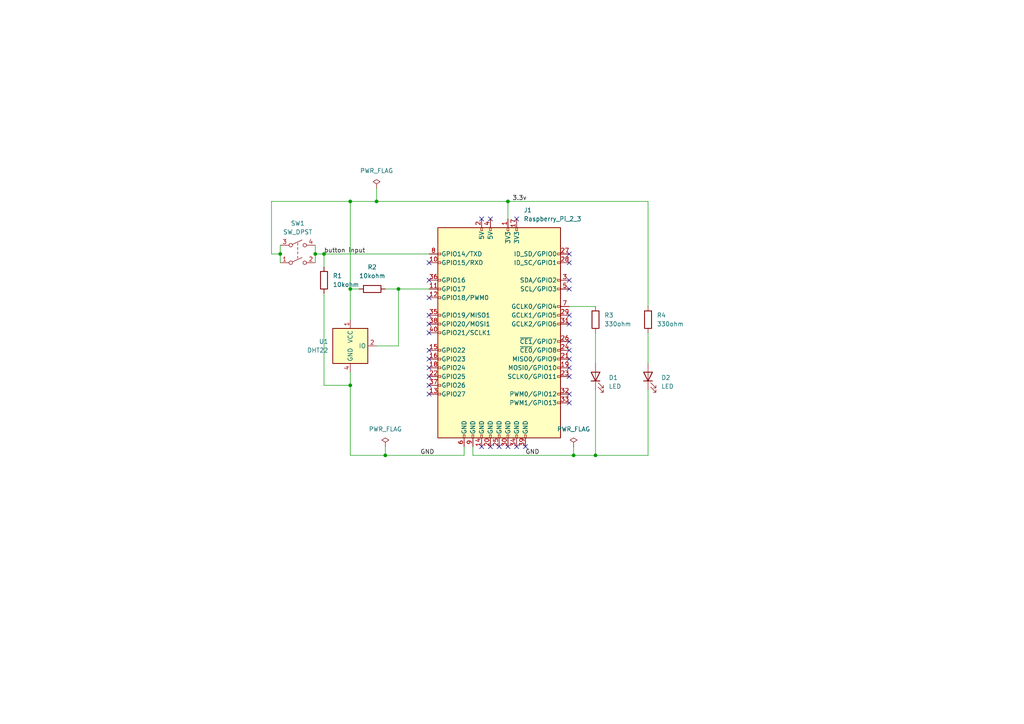
<source format=kicad_sch>
(kicad_sch (version 20211123) (generator eeschema)
  (paper "A4")
  (title_block (title "Rasberry PI HAT") (date "2022-09-05") (company "NanoHertz") (comment 1 "Designed by Bernard "))
  (lib_symbols
    (symbol "Connector:Raspberry_Pi_2_3" (pin_names (offset 1.016))
      (property "Reference" "J" (at -17.78 31.75 0))
      (property "Value" "Raspberry_Pi_2_3" (at 10.16 -31.75 0))
      (symbol "Raspberry_Pi_2_3_0_1"
        (rectangle (start -17.78 30.48) (end 17.78 -30.48) (stroke (width 0.254)) (fill (type background)))
      )
      (symbol "Raspberry_Pi_2_3_1_1"
        (rectangle (start -16.891 -17.526) (end -17.78 -18.034))
        (rectangle (start -16.891 -14.986) (end -17.78 -15.494))
        (rectangle (start -16.891 -12.446) (end -17.78 -12.954))
        (rectangle (start -16.891 -9.906) (end -17.78 -10.414))
        (rectangle (start -16.891 -7.366) (end -17.78 -7.874))
        (rectangle (start -16.891 -4.826) (end -17.78 -5.334))
        (rectangle (start -16.891 0.254) (end -17.78 -0.254))
        (rectangle (start -16.891 2.794) (end -17.78 2.286))
        (rectangle (start -16.891 5.334) (end -17.78 4.826))
        (rectangle (start -16.891 10.414) (end -17.78 9.906))
        (rectangle (start -16.891 12.954) (end -17.78 12.446))
        (rectangle (start -16.891 15.494) (end -17.78 14.986))
        (rectangle (start -16.891 20.574) (end -17.78 20.066))
        (rectangle (start -16.891 23.114) (end -17.78 22.606))
        (rectangle (start -10.414 -29.591) (end -9.906 -30.48))
        (rectangle (start -7.874 -29.591) (end -7.366 -30.48))
        (rectangle (start -5.334 -29.591) (end -4.826 -30.48))
        (rectangle (start -5.334 30.48) (end -4.826 29.591))
        (rectangle (start -2.794 -29.591) (end -2.286 -30.48))
        (rectangle (start -2.794 30.48) (end -2.286 29.591))
        (rectangle (start -0.254 -29.591) (end 0.254 -30.48))
        (rectangle (start 2.286 -29.591) (end 2.794 -30.48))
        (rectangle (start 2.286 30.48) (end 2.794 29.591))
        (rectangle (start 4.826 -29.591) (end 5.334 -30.48))
        (rectangle (start 4.826 30.48) (end 5.334 29.591))
        (rectangle (start 7.366 -29.591) (end 7.874 -30.48))
        (rectangle (start 17.78 -20.066) (end 16.891 -20.574))
        (rectangle (start 17.78 -17.526) (end 16.891 -18.034))
        (rectangle (start 17.78 -12.446) (end 16.891 -12.954))
        (rectangle (start 17.78 -9.906) (end 16.891 -10.414))
        (rectangle (start 17.78 -7.366) (end 16.891 -7.874))
        (rectangle (start 17.78 -4.826) (end 16.891 -5.334))
        (rectangle (start 17.78 -2.286) (end 16.891 -2.794))
        (rectangle (start 17.78 2.794) (end 16.891 2.286))
        (rectangle (start 17.78 5.334) (end 16.891 4.826))
        (rectangle (start 17.78 7.874) (end 16.891 7.366))
        (rectangle (start 17.78 12.954) (end 16.891 12.446))
        (rectangle (start 17.78 15.494) (end 16.891 14.986))
        (rectangle (start 17.78 20.574) (end 16.891 20.066))
        (rectangle (start 17.78 23.114) (end 16.891 22.606))
        (pin power_in line (at 2.54 33.02 270) (length 2.54) (name "3V3") (number "1"))
        (pin bidirectional line (at -20.32 20.32 0) (length 2.54) (name "GPIO15/RXD") (number "10"))
        (pin bidirectional line (at -20.32 12.7 0) (length 2.54) (name "GPIO17") (number "11"))
        (pin bidirectional line (at -20.32 10.16 0) (length 2.54) (name "GPIO18/PWM0") (number "12"))
        (pin bidirectional line (at -20.32 -17.78 0) (length 2.54) (name "GPIO27") (number "13"))
        (pin power_in line (at -5.08 -33.02 90) (length 2.54) (name "GND") (number "14"))
        (pin bidirectional line (at -20.32 -5.08 0) (length 2.54) (name "GPIO22") (number "15"))
        (pin bidirectional line (at -20.32 -7.62 0) (length 2.54) (name "GPIO23") (number "16"))
        (pin power_in line (at 5.08 33.02 270) (length 2.54) (name "3V3") (number "17"))
        (pin bidirectional line (at -20.32 -10.16 0) (length 2.54) (name "GPIO24") (number "18"))
        (pin bidirectional line (at 20.32 -10.16 180) (length 2.54) (name "MOSI0/GPIO10") (number "19"))
        (pin power_in line (at -5.08 33.02 270) (length 2.54) (name "5V") (number "2"))
        (pin power_in line (at -2.54 -33.02 90) (length 2.54) (name "GND") (number "20"))
        (pin bidirectional line (at 20.32 -7.62 180) (length 2.54) (name "MISO0/GPIO9") (number "21"))
        (pin bidirectional line (at -20.32 -12.7 0) (length 2.54) (name "GPIO25") (number "22"))
        (pin bidirectional line (at 20.32 -12.7 180) (length 2.54) (name "SCLK0/GPIO11") (number "23"))
        (pin bidirectional line (at 20.32 -5.08 180) (length 2.54) (name "~{CE0}/GPIO8") (number "24"))
        (pin power_in line (at 0 -33.02 90) (length 2.54) (name "GND") (number "25"))
        (pin bidirectional line (at 20.32 -2.54 180) (length 2.54) (name "~{CE1}/GPIO7") (number "26"))
        (pin bidirectional line (at 20.32 22.86 180) (length 2.54) (name "ID_SD/GPIO0") (number "27"))
        (pin bidirectional line (at 20.32 20.32 180) (length 2.54) (name "ID_SC/GPIO1") (number "28"))
        (pin bidirectional line (at 20.32 5.08 180) (length 2.54) (name "GCLK1/GPIO5") (number "29"))
        (pin bidirectional line (at 20.32 15.24 180) (length 2.54) (name "SDA/GPIO2") (number "3"))
        (pin power_in line (at 2.54 -33.02 90) (length 2.54) (name "GND") (number "30"))
        (pin bidirectional line (at 20.32 2.54 180) (length 2.54) (name "GCLK2/GPIO6") (number "31"))
        (pin bidirectional line (at 20.32 -17.78 180) (length 2.54) (name "PWM0/GPIO12") (number "32"))
        (pin bidirectional line (at 20.32 -20.32 180) (length 2.54) (name "PWM1/GPIO13") (number "33"))
        (pin power_in line (at 5.08 -33.02 90) (length 2.54) (name "GND") (number "34"))
        (pin bidirectional line (at -20.32 5.08 0) (length 2.54) (name "GPIO19/MISO1") (number "35"))
        (pin bidirectional line (at -20.32 15.24 0) (length 2.54) (name "GPIO16") (number "36"))
        (pin bidirectional line (at -20.32 -15.24 0) (length 2.54) (name "GPIO26") (number "37"))
        (pin bidirectional line (at -20.32 2.54 0) (length 2.54) (name "GPIO20/MOSI1") (number "38"))
        (pin power_in line (at 7.62 -33.02 90) (length 2.54) (name "GND") (number "39"))
        (pin power_in line (at -2.54 33.02 270) (length 2.54) (name "5V") (number "4"))
        (pin bidirectional line (at -20.32 0 0) (length 2.54) (name "GPIO21/SCLK1") (number "40"))
        (pin bidirectional line (at 20.32 12.7 180) (length 2.54) (name "SCL/GPIO3") (number "5"))
        (pin power_in line (at -10.16 -33.02 90) (length 2.54) (name "GND") (number "6"))
        (pin bidirectional line (at 20.32 7.62 180) (length 2.54) (name "GCLK0/GPIO4") (number "7"))
        (pin bidirectional line (at -20.32 22.86 0) (length 2.54) (name "GPIO14/TXD") (number "8"))
        (pin power_in line (at -7.62 -33.02 90) (length 2.54) (name "GND") (number "9"))
      )
    )
    (symbol "Device:LED" (pin_numbers hide) (pin_names (offset 1.016) hide)
      (property "Reference" "D" (at 0 2.54 0))
      (property "Value" "LED" (at 0 -2.54 0))
      (symbol "LED_0_1"
        (polyline (pts (xy -1.27 -1.27) (xy -1.27 1.27)) (stroke (width 0.254)))
        (polyline (pts (xy -1.27 0) (xy 1.27 0)))
        (polyline (pts (xy 1.27 -1.27) (xy 1.27 1.27) (xy -1.27 0) (xy 1.27 -1.27)) (stroke (width 0.254)))
        (polyline (pts (xy -3.048 -0.762) (xy -4.572 -2.286) (xy -3.81 -2.286) (xy -4.572 -2.286) (xy -4.572 -1.524)))
        (polyline (pts (xy -1.778 -0.762) (xy -3.302 -2.286) (xy -2.54 -2.286) (xy -3.302 -2.286) (xy -3.302 -1.524)))
      )
      (symbol "LED_1_1"
        (pin passive line (at -3.81 0 0) (length 2.54) (name "K") (number "1"))
        (pin passive line (at 3.81 0 180) (length 2.54) (name "A") (number "2"))
      )
    )
    (symbol "Device:R" (pin_numbers hide) (pin_names (offset 0))
      (property "Reference" "R" (at 2.032 0 90))
      (property "Value" "R" (at 0 0 90))
      (symbol "R_0_1"
        (rectangle (start -1.016 -2.54) (end 1.016 2.54) (stroke (width 0.254)))
      )
      (symbol "R_1_1"
        (pin passive line (at 0 3.81 270) (length 1.27) (name "~") (number "1"))
        (pin passive line (at 0 -3.81 90) (length 1.27) (name "~") (number "2"))
      )
    )
    (symbol "Sensor:DHT11"
      (property "Reference" "U" (at -3.81 6.35 0))
      (property "Value" "DHT11" (at 3.81 6.35 0))
      (symbol "DHT11_0_1"
        (rectangle (start -5.08 5.08) (end 5.08 -5.08) (stroke (width 0.254)) (fill (type background)))
      )
      (symbol "DHT11_1_1"
        (pin power_in line (at 0 7.62 270) (length 2.54) (name "VCC") (number "1"))
        (pin bidirectional line (at 7.62 0 180) (length 2.54) (name "IO") (number "2"))
        (pin no_connect line (at -5.08 0 0) (length 2.54) hide (name "NC") (number "3"))
        (pin power_in line (at 0 -7.62 90) (length 2.54) (name "GND") (number "4"))
      )
    )
    (symbol "Switch:SW_DPST" (pin_names (offset 0) hide)
      (property "Reference" "SW" (at 0 5.08 0))
      (property "Value" "SW_DPST" (at 0 -5.08 0))
      (symbol "SW_DPST_0_0"
        (circle (center -2.032 -2.54) (radius 0.508))
        (circle (center -2.032 2.54) (radius 0.508))
        (polyline (pts (xy -1.524 -2.286) (xy 1.27 -1.016)))
        (polyline (pts (xy -1.524 2.794) (xy 1.27 4.064)))
        (polyline (pts (xy 0 -1.27) (xy 0 -0.635)))
        (polyline (pts (xy 0 0) (xy 0 0.635)))
        (polyline (pts (xy 0 1.27) (xy 0 1.905)))
        (polyline (pts (xy 0 2.54) (xy 0 3.175)))
        (circle (center 2.032 -2.54) (radius 0.508))
        (circle (center 2.032 2.54) (radius 0.508))
      )
      (symbol "SW_DPST_1_1"
        (pin passive line (at -5.08 -2.54 0) (length 2.54) (name "1") (number "1"))
        (pin passive line (at 5.08 -2.54 180) (length 2.54) (name "2") (number "2"))
        (pin passive line (at -5.08 2.54 0) (length 2.54) (name "3") (number "3"))
        (pin passive line (at 5.08 2.54 180) (length 2.54) (name "4") (number "4"))
      )
    )
    (symbol "power:PWR_FLAG" (power) (pin_numbers hide) (pin_names (offset 0) hide)
      (property "Value" "PWR_FLAG" (at 0 3.81 0))
      (symbol "PWR_FLAG_0_0"
        (pin power_out line (at 0 0 90) (length 0) (name "pwr") (number "1"))
      )
      (symbol "PWR_FLAG_0_1"
        (polyline (pts (xy 0 0) (xy 0 1.27) (xy -1.016 1.905) (xy 0 2.54) (xy 1.016 1.905) (xy 0 1.27)))
      )
    )
  )
  (junction (at 101.6 83.82))
  (junction (at 172.72 132.08))
  (junction (at 91.44 73.66))
  (junction (at 81.28 73.66))
  (junction (at 166.37 132.08))
  (junction (at 93.98 73.66))
  (junction (at 147.32 58.42))
  (junction (at 111.76 132.08))
  (junction (at 101.6 58.42))
  (junction (at 115.57 83.82))
  (junction (at 101.6 111.76))
  (junction (at 109.22 58.42))
  (no_connect (at 165.1 101.6))
  (no_connect (at 165.1 104.14))
  (no_connect (at 165.1 106.68))
  (no_connect (at 165.1 109.22))
  (no_connect (at 147.32 129.54))
  (no_connect (at 149.86 129.54))
  (no_connect (at 152.4 129.54))
  (no_connect (at 144.78 129.54))
  (no_connect (at 142.24 129.54))
  (no_connect (at 139.7 129.54))
  (no_connect (at 165.1 116.84))
  (no_connect (at 165.1 114.3))
  (no_connect (at 124.46 114.3))
  (no_connect (at 124.46 111.76))
  (no_connect (at 124.46 109.22))
  (no_connect (at 124.46 106.68))
  (no_connect (at 124.46 104.14))
  (no_connect (at 124.46 101.6))
  (no_connect (at 124.46 96.52))
  (no_connect (at 124.46 93.98))
  (no_connect (at 165.1 91.44))
  (no_connect (at 165.1 93.98))
  (no_connect (at 165.1 99.06))
  (no_connect (at 142.24 63.5))
  (no_connect (at 139.7 63.5))
  (no_connect (at 165.1 83.82))
  (no_connect (at 165.1 81.28))
  (no_connect (at 165.1 73.66))
  (no_connect (at 165.1 76.2))
  (no_connect (at 149.86 63.5))
  (no_connect (at 124.46 91.44))
  (no_connect (at 124.46 76.2))
  (no_connect (at 124.46 81.28))
  (no_connect (at 124.46 86.36))
  (wire (pts (xy 101.6 58.42) (xy 109.22 58.42)))
  (wire (pts (xy 115.57 100.33) (xy 115.57 83.82)))
  (wire (pts (xy 91.44 73.66) (xy 93.98 73.66)))
  (wire (pts (xy 91.44 73.66) (xy 91.44 76.2)))
  (wire (pts (xy 166.37 129.54) (xy 166.37 132.08)))
  (wire (pts (xy 81.28 73.66) (xy 81.28 76.2)))
  (wire (pts (xy 93.98 111.76) (xy 101.6 111.76)))
  (wire (pts (xy 101.6 132.08) (xy 111.76 132.08)))
  (wire (pts (xy 81.28 73.66) (xy 78.74 73.66)))
  (wire (pts (xy 147.32 58.42) (xy 187.96 58.42)))
  (wire (pts (xy 78.74 73.66) (xy 78.74 58.42)))
  (wire (pts (xy 101.6 83.82) (xy 104.14 83.82)))
  (wire (pts (xy 91.44 71.12) (xy 91.44 73.66)))
  (wire (pts (xy 81.28 71.12) (xy 81.28 73.66)))
  (wire (pts (xy 166.37 132.08) (xy 172.72 132.08)))
  (wire (pts (xy 134.62 132.08) (xy 134.62 129.54)))
  (wire (pts (xy 93.98 73.66) (xy 124.46 73.66)))
  (wire (pts (xy 172.72 96.52) (xy 172.72 105.41)))
  (wire (pts (xy 101.6 111.76) (xy 101.6 132.08)))
  (wire (pts (xy 101.6 92.71) (xy 101.6 83.82)))
  (wire (pts (xy 109.22 54.61) (xy 109.22 58.42)))
  (wire (pts (xy 111.76 83.82) (xy 115.57 83.82)))
  (wire (pts (xy 172.72 113.03) (xy 172.72 132.08)))
  (wire (pts (xy 101.6 107.95) (xy 101.6 111.76)))
  (wire (pts (xy 93.98 73.66) (xy 93.98 77.47)))
  (wire (pts (xy 109.22 58.42) (xy 147.32 58.42)))
  (wire (pts (xy 187.96 88.9) (xy 187.96 58.42)))
  (wire (pts (xy 187.96 113.03) (xy 187.96 132.08)))
  (wire (pts (xy 166.37 132.08) (xy 137.16 132.08)))
  (wire (pts (xy 111.76 129.54) (xy 111.76 132.08)))
  (wire (pts (xy 115.57 83.82) (xy 124.46 83.82)))
  (wire (pts (xy 93.98 85.09) (xy 93.98 111.76)))
  (wire (pts (xy 165.1 88.9) (xy 172.72 88.9)))
  (wire (pts (xy 78.74 58.42) (xy 101.6 58.42)))
  (wire (pts (xy 111.76 132.08) (xy 134.62 132.08)))
  (wire (pts (xy 172.72 132.08) (xy 187.96 132.08)))
  (wire (pts (xy 147.32 58.42) (xy 147.32 63.5)))
  (wire (pts (xy 187.96 96.52) (xy 187.96 105.41)))
  (wire (pts (xy 101.6 83.82) (xy 101.6 58.42)))
  (wire (pts (xy 137.16 132.08) (xy 137.16 129.54)))
  (wire (pts (xy 109.22 100.33) (xy 115.57 100.33)))
  (label "3.3v" (at 148.59 58.42 0))
  (label "button input" (at 93.98 73.66 0))
  (label "GND" (at 121.92 132.08 0))
  (label "GND" (at 152.4 132.08 0))
  (symbol (lib_id "Device:R") (at 107.95 83.82 90) (unit 1)
    (property "Reference" "R2" (at 107.95 77.47 90))
    (property "Value" "10kohm" (at 107.95 80.01 90))
    (property "Footprint" "Resistor_SMD:R_0805_2012Metric" (effects hide))
  )
  (symbol (lib_id "Connector:Raspberry_Pi_2_3") (at 144.78 96.52 0) (unit 1)
    (property "Reference" "J1" (at 151.8794 60.96 0) (effects (justify left)))
    (property "Value" "Raspberry_Pi_2_3" (at 151.8794 63.5 0) (effects (justify left)))
    (property "Footprint" "Connector_PinHeader_2.54mm:PinHeader_2x08_P2.54mm_Vertical" (effects hide))
    (property "Datasheet" "https://www.raspberrypi.org/documentation/hardware/raspberrypi/schematics/rpi_SCH_3bplus_1p0_reduced.pdf" (effects hide))
  )
  (symbol (lib_id "power:PWR_FLAG") (at 111.76 129.54 0) (unit 1)
    (property "Reference" "#FLG0102" (effects hide))
    (property "Value" "PWR_FLAG" (at 111.76 124.46 0))
  )
  (symbol (lib_id "power:PWR_FLAG") (at 166.37 129.54 0) (unit 1)
    (property "Reference" "#FLG0101" (effects hide))
    (property "Value" "PWR_FLAG" (at 166.37 124.46 0))
  )
  (symbol (lib_id "power:PWR_FLAG") (at 109.22 54.61 0) (unit 1)
    (property "Reference" "#FLG0103" (effects hide))
    (property "Value" "PWR_FLAG" (at 109.22 49.53 0))
  )
  (symbol (lib_id "Device:LED") (at 172.72 109.22 90) (unit 1)
    (property "Reference" "D1" (at 176.53 109.5374 90) (effects (justify right)))
    (property "Value" "LED" (at 176.53 112.0774 90) (effects (justify right)))
    (property "Footprint" "LED_SMD:LED_0805_2012Metric_Pad1.15x1.40mm_HandSolder" (effects hide))
  )
  (symbol (lib_id "Device:R") (at 187.96 92.71 0) (unit 1)
    (property "Reference" "R4" (at 190.5 91.4399 0) (effects (justify left)))
    (property "Value" "330ohm" (at 190.5 93.9799 0) (effects (justify left)))
    (property "Footprint" "Resistor_SMD:R_0805_2012Metric" (effects hide))
  )
  (symbol (lib_id "Device:LED") (at 187.96 109.22 90) (unit 1)
    (property "Reference" "D2" (at 191.77 109.5374 90) (effects (justify right)))
    (property "Value" "LED" (at 191.77 112.0774 90) (effects (justify right)))
    (property "Footprint" "LED_SMD:LED_0805_2012Metric_Pad1.15x1.40mm_HandSolder" (effects hide))
  )
  (symbol (lib_id "Device:R") (at 172.72 92.71 0) (unit 1)
    (property "Reference" "R3" (at 175.26 91.4399 0) (effects (justify left)))
    (property "Value" "330ohm" (at 175.26 93.9799 0) (effects (justify left)))
    (property "Footprint" "Resistor_SMD:R_0805_2012Metric" (effects hide))
  )
  (symbol (lib_id "Switch:SW_DPST") (at 86.36 73.66 0) (unit 1)
    (property "Reference" "SW1" (at 86.36 64.77 0))
    (property "Value" "SW_DPST" (at 86.36 67.31 0))
    (property "Footprint" "Button_Switch_THT:SW_PUSH_6mm" (effects hide))
  )
  (symbol (lib_id "Device:R") (at 93.98 81.28 0) (unit 1)
    (property "Reference" "R1" (at 96.52 80.0099 0) (effects (justify left)))
    (property "Value" "10kohm" (at 96.52 82.5499 0) (effects (justify left)))
    (property "Footprint" "Resistor_SMD:R_0805_2012Metric" (effects hide))
  )
  (symbol (lib_id "Sensor:DHT11") (at 101.6 100.33 0) (unit 1)
    (property "Reference" "U1" (at 95.25 99.0599 0) (effects (justify right)))
    (property "Value" "DHT22" (at 95.25 101.5999 0) (effects (justify right)))
    (property "Footprint" "Connector_PinHeader_2.54mm:PinHeader_1x04_P2.54mm_Vertical" (effects hide))
    (property "Datasheet" "http://akizukidenshi.com/download/ds/aosong/DHT11.pdf" (effects hide))
  )
)
</source>
